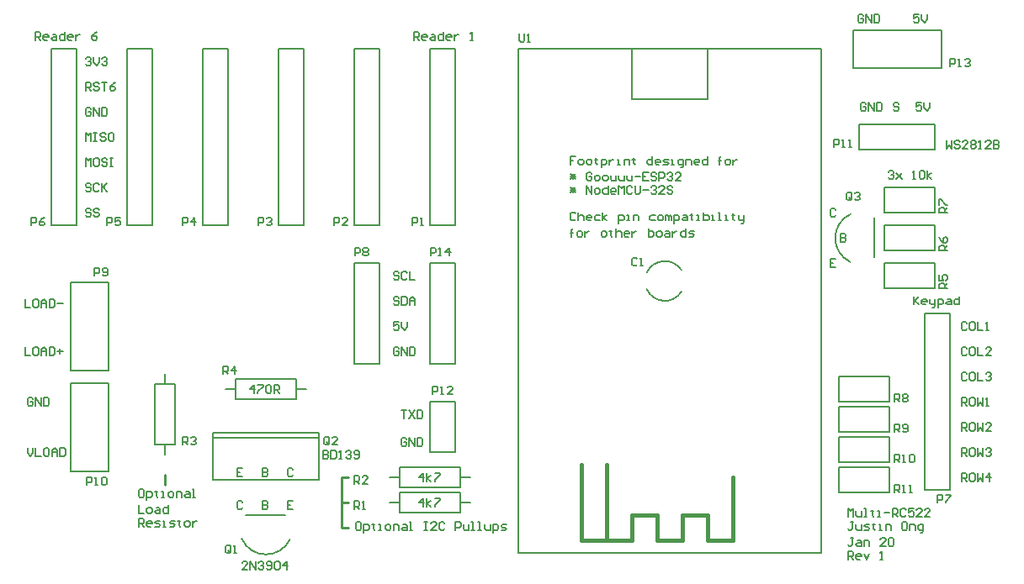
<source format=gto>
G04*
G04 #@! TF.GenerationSoftware,Altium Limited,Altium Designer,18.0.7 (293)*
G04*
G04 Layer_Color=65535*
%FSLAX25Y25*%
%MOIN*%
G70*
G01*
G75*
%ADD10C,0.00787*%
%ADD11C,0.01000*%
%ADD12C,0.01500*%
%ADD13C,0.00600*%
D10*
X250839Y224726D02*
G03*
X264640Y223768I7161J3274D01*
G01*
Y232232D02*
G03*
X250839Y231274I-6640J-4232D01*
G01*
X331697Y254563D02*
G03*
X331511Y235523I4303J-9563D01*
G01*
X90437Y125697D02*
G03*
X109477Y125511I9563J4303D01*
G01*
X327000Y154000D02*
X347000D01*
X327000Y144000D02*
Y154000D01*
Y144000D02*
X347000D01*
Y154000D01*
X327000Y166000D02*
X347000D01*
X327000Y156000D02*
Y166000D01*
Y156000D02*
X347000D01*
Y166000D01*
X327000Y190000D02*
X347000D01*
X327000Y180000D02*
Y190000D01*
Y180000D02*
X347000D01*
Y190000D01*
X327000Y178000D02*
X347000D01*
X327000Y168000D02*
Y178000D01*
Y168000D02*
X347000D01*
Y178000D01*
X361000Y145000D02*
X371000D01*
X361000D02*
Y215000D01*
X371000D01*
Y145000D02*
Y215000D01*
X341000Y237500D02*
Y253090D01*
X365000Y280000D02*
Y290000D01*
X335000Y280000D02*
X365000D01*
X335000D02*
Y290000D01*
X365000D01*
X332500Y312500D02*
Y327500D01*
X367500D01*
Y312500D02*
Y327500D01*
X332500Y312500D02*
X367500D01*
X15000Y250000D02*
X25000D01*
X15000D02*
Y320000D01*
X25000D01*
Y250000D02*
Y320000D01*
X45000Y250000D02*
X55000D01*
X45000D02*
Y320000D01*
X55000D01*
Y250000D02*
Y320000D01*
X75000Y250000D02*
X85000D01*
X75000D02*
Y320000D01*
X85000D01*
Y250000D02*
Y320000D01*
X105000Y250000D02*
X115000D01*
X105000D02*
Y320000D01*
X115000D01*
Y250000D02*
Y320000D01*
X135000Y250000D02*
X145000D01*
X135000D02*
Y320000D01*
X145000D01*
Y250000D02*
Y320000D01*
X165000Y250000D02*
X175000D01*
X165000D02*
Y320000D01*
X175000D01*
Y250000D02*
Y320000D01*
Y160000D02*
Y180000D01*
X165000D02*
X175000D01*
X165000Y160000D02*
Y180000D01*
Y160000D02*
X175000D01*
X149000Y150000D02*
X153000D01*
X177000D02*
X181000D01*
X153000Y154000D02*
X177000D01*
X153000Y146000D02*
Y154000D01*
Y146000D02*
X177000D01*
Y154000D01*
X149000Y140000D02*
X153000D01*
X177000D02*
X181000D01*
X153000Y144000D02*
X177000D01*
X153000Y136000D02*
Y144000D01*
Y136000D02*
X177000D01*
Y144000D01*
X165000Y235000D02*
X175000D01*
Y195000D02*
Y235000D01*
X165000Y195000D02*
Y235000D01*
Y195000D02*
X175000D01*
X60000Y187000D02*
Y191000D01*
Y159000D02*
Y163000D01*
X64000D02*
Y187000D01*
X56000D02*
X64000D01*
X56000Y163000D02*
Y187000D01*
Y163000D02*
X64000D01*
X91910Y135000D02*
X107500D01*
X112000Y185000D02*
X116000D01*
X84000D02*
X88000D01*
Y181000D02*
X112000D01*
Y189000D01*
X88000D02*
X112000D01*
X88000Y181000D02*
Y189000D01*
X22500Y152500D02*
Y187500D01*
Y152500D02*
X37500D01*
Y187500D01*
X22500D02*
X37500D01*
X22500Y192500D02*
Y227500D01*
Y192500D02*
X37500D01*
Y227500D01*
X22500D02*
X37500D01*
X365000Y225000D02*
Y235000D01*
X345000Y225000D02*
X365000D01*
X345000D02*
Y235000D01*
X365000D01*
Y240000D02*
Y250000D01*
X345000Y240000D02*
X365000D01*
X345000D02*
Y250000D01*
X365000D01*
Y255000D02*
Y265000D01*
X345000Y255000D02*
X365000D01*
X345000D02*
Y265000D01*
X365000D01*
X121063Y148961D02*
Y167858D01*
X78937Y148961D02*
Y167858D01*
Y148961D02*
X121063D01*
X78937Y167858D02*
X121063D01*
X78937Y165890D02*
X121063D01*
X135000Y235000D02*
X145000D01*
Y195000D02*
Y235000D01*
X135000Y195000D02*
Y235000D01*
Y195000D02*
X145000D01*
D11*
X60000Y147000D02*
Y151000D01*
X130000Y130000D02*
X132500D01*
X130000Y140000D02*
X132500D01*
X130000Y150000D02*
X132500D01*
X130000Y130000D02*
Y150000D01*
D12*
X285000Y125000D02*
Y150000D01*
X225000Y125000D02*
Y155000D01*
Y125000D02*
X235000D01*
Y155000D01*
Y125000D02*
X245000D01*
Y135000D01*
X255000D01*
Y125000D02*
Y135000D01*
Y125000D02*
X265000D01*
Y135000D01*
X275000D01*
Y125000D02*
Y135000D01*
Y125000D02*
X285000D01*
D13*
X275000Y300000D02*
Y320000D01*
X245000Y300000D02*
X275000D01*
X245000D02*
Y320000D01*
X200000Y120000D02*
Y320000D01*
X320000D01*
X320000Y120000D01*
X200000D02*
X320000D01*
X152733Y231266D02*
X152200Y231800D01*
X151133D01*
X150600Y231266D01*
Y230733D01*
X151133Y230200D01*
X152200D01*
X152733Y229667D01*
Y229133D01*
X152200Y228600D01*
X151133D01*
X150600Y229133D01*
X155933Y231266D02*
X155400Y231800D01*
X154333D01*
X153800Y231266D01*
Y229133D01*
X154333Y228600D01*
X155400D01*
X155933Y229133D01*
X157000Y231800D02*
Y228600D01*
X159133D01*
X152733Y221267D02*
X152200Y221800D01*
X151133D01*
X150600Y221267D01*
Y220733D01*
X151133Y220200D01*
X152200D01*
X152733Y219667D01*
Y219133D01*
X152200Y218600D01*
X151133D01*
X150600Y219133D01*
X153800Y221800D02*
Y218600D01*
X155400D01*
X155933Y219133D01*
Y221267D01*
X155400Y221800D01*
X153800D01*
X157000Y218600D02*
Y220733D01*
X158066Y221800D01*
X159133Y220733D01*
Y218600D01*
Y220200D01*
X157000D01*
X90733Y140267D02*
X90200Y140800D01*
X89133D01*
X88600Y140267D01*
Y138133D01*
X89133Y137600D01*
X90200D01*
X90733Y138133D01*
X346600Y271267D02*
X347133Y271800D01*
X348200D01*
X348733Y271267D01*
Y270733D01*
X348200Y270200D01*
X347667D01*
X348200D01*
X348733Y269667D01*
Y269133D01*
X348200Y268600D01*
X347133D01*
X346600Y269133D01*
X349800Y270733D02*
X351933Y268600D01*
X350866Y269667D01*
X351933Y270733D01*
X349800Y268600D01*
X356199D02*
X357266D01*
X356733D01*
Y271800D01*
X356199Y271267D01*
X358866D02*
X359399Y271800D01*
X360466D01*
X360999Y271267D01*
Y269133D01*
X360466Y268600D01*
X359399D01*
X358866Y269133D01*
Y271267D01*
X362066Y268600D02*
Y271800D01*
Y269667D02*
X363665Y270733D01*
X362066Y269667D02*
X363665Y268600D01*
X152733Y211800D02*
X150600D01*
Y210200D01*
X151667Y210733D01*
X152200D01*
X152733Y210200D01*
Y209133D01*
X152200Y208600D01*
X151133D01*
X150600Y209133D01*
X153800Y211800D02*
Y209667D01*
X154866Y208600D01*
X155933Y209667D01*
Y211800D01*
X98600Y140800D02*
Y137600D01*
X100200D01*
X100733Y138133D01*
Y138667D01*
X100200Y139200D01*
X98600D01*
X100200D01*
X100733Y139733D01*
Y140267D01*
X100200Y140800D01*
X98600D01*
X377733Y211266D02*
X377200Y211800D01*
X376133D01*
X375600Y211266D01*
Y209133D01*
X376133Y208600D01*
X377200D01*
X377733Y209133D01*
X380400Y211800D02*
X379333D01*
X378800Y211266D01*
Y209133D01*
X379333Y208600D01*
X380400D01*
X380933Y209133D01*
Y211266D01*
X380400Y211800D01*
X381999D02*
Y208600D01*
X384133D01*
X385199D02*
X386266D01*
X385733D01*
Y211800D01*
X385199Y211266D01*
X95200Y183600D02*
Y186800D01*
X93600Y185200D01*
X95733D01*
X96800Y186800D02*
X98933D01*
Y186267D01*
X96800Y184133D01*
Y183600D01*
X99999Y186267D02*
X100533Y186800D01*
X101599D01*
X102133Y186267D01*
Y184133D01*
X101599Y183600D01*
X100533D01*
X99999Y184133D01*
Y186267D01*
X103199Y183600D02*
Y186800D01*
X104799D01*
X105332Y186267D01*
Y185200D01*
X104799Y184667D01*
X103199D01*
X104266D02*
X105332Y183600D01*
X162200Y148600D02*
Y151800D01*
X160600Y150200D01*
X162733D01*
X163800Y148600D02*
Y151800D01*
Y149667D02*
X165400Y150733D01*
X163800Y149667D02*
X165400Y148600D01*
X166999Y151800D02*
X169133D01*
Y151267D01*
X166999Y149133D01*
Y148600D01*
X4600Y201800D02*
Y198600D01*
X6733D01*
X9400Y201800D02*
X8333D01*
X7800Y201267D01*
Y199133D01*
X8333Y198600D01*
X9400D01*
X9933Y199133D01*
Y201267D01*
X9400Y201800D01*
X11000Y198600D02*
Y200733D01*
X12066Y201800D01*
X13133Y200733D01*
Y198600D01*
Y200200D01*
X11000D01*
X14199Y201800D02*
Y198600D01*
X15799D01*
X16332Y199133D01*
Y201267D01*
X15799Y201800D01*
X14199D01*
X17399Y200200D02*
X19532D01*
X18466Y201267D02*
Y199133D01*
X98568Y153615D02*
Y150415D01*
X100168D01*
X100702Y150948D01*
Y151482D01*
X100168Y152015D01*
X98568D01*
X100168D01*
X100702Y152548D01*
Y153082D01*
X100168Y153615D01*
X98568D01*
X7733Y181266D02*
X7200Y181800D01*
X6133D01*
X5600Y181266D01*
Y179133D01*
X6133Y178600D01*
X7200D01*
X7733Y179133D01*
Y180200D01*
X6667D01*
X8800Y178600D02*
Y181800D01*
X10933Y178600D01*
Y181800D01*
X11999D02*
Y178600D01*
X13599D01*
X14133Y179133D01*
Y181266D01*
X13599Y181800D01*
X11999D01*
X30733Y296267D02*
X30200Y296800D01*
X29133D01*
X28600Y296267D01*
Y294133D01*
X29133Y293600D01*
X30200D01*
X30733Y294133D01*
Y295200D01*
X29667D01*
X31800Y293600D02*
Y296800D01*
X33933Y293600D01*
Y296800D01*
X34999D02*
Y293600D01*
X36599D01*
X37133Y294133D01*
Y296267D01*
X36599Y296800D01*
X34999D01*
X350733Y298267D02*
X350200Y298800D01*
X349133D01*
X348600Y298267D01*
Y297733D01*
X349133Y297200D01*
X350200D01*
X350733Y296667D01*
Y296133D01*
X350200Y295600D01*
X349133D01*
X348600Y296133D01*
X28600Y303600D02*
Y306800D01*
X30200D01*
X30733Y306266D01*
Y305200D01*
X30200Y304667D01*
X28600D01*
X29667D02*
X30733Y303600D01*
X33933Y306266D02*
X33400Y306800D01*
X32333D01*
X31800Y306266D01*
Y305733D01*
X32333Y305200D01*
X33400D01*
X33933Y304667D01*
Y304133D01*
X33400Y303600D01*
X32333D01*
X31800Y304133D01*
X34999Y306800D02*
X37133D01*
X36066D01*
Y303600D01*
X40332Y306800D02*
X39266Y306266D01*
X38199Y305200D01*
Y304133D01*
X38733Y303600D01*
X39799D01*
X40332Y304133D01*
Y304667D01*
X39799Y305200D01*
X38199D01*
X110733Y140800D02*
X108600D01*
Y137600D01*
X110733D01*
X108600Y139200D02*
X109667D01*
X158600Y323600D02*
Y326800D01*
X160200D01*
X160733Y326267D01*
Y325200D01*
X160200Y324667D01*
X158600D01*
X159667D02*
X160733Y323600D01*
X163400D02*
X162333D01*
X161800Y324133D01*
Y325200D01*
X162333Y325733D01*
X163400D01*
X163933Y325200D01*
Y324667D01*
X161800D01*
X165533Y325733D02*
X166599D01*
X167133Y325200D01*
Y323600D01*
X165533D01*
X164999Y324133D01*
X165533Y324667D01*
X167133D01*
X170332Y326800D02*
Y323600D01*
X168733D01*
X168199Y324133D01*
Y325200D01*
X168733Y325733D01*
X170332D01*
X172999Y323600D02*
X171932D01*
X171399Y324133D01*
Y325200D01*
X171932Y325733D01*
X172999D01*
X173532Y325200D01*
Y324667D01*
X171399D01*
X174599Y325733D02*
Y323600D01*
Y324667D01*
X175132Y325200D01*
X175665Y325733D01*
X176199D01*
X180998Y323600D02*
X182065D01*
X181532D01*
Y326800D01*
X180998Y326267D01*
X137200Y132366D02*
X136133D01*
X135600Y131833D01*
Y129700D01*
X136133Y129167D01*
X137200D01*
X137733Y129700D01*
Y131833D01*
X137200Y132366D01*
X138800Y128100D02*
Y131300D01*
X140400D01*
X140933Y130766D01*
Y129700D01*
X140400Y129167D01*
X138800D01*
X142533Y131833D02*
Y131300D01*
X141999D01*
X143066D01*
X142533D01*
Y129700D01*
X143066Y129167D01*
X144666D02*
X145733D01*
X145199D01*
Y131300D01*
X144666D01*
X147866Y129167D02*
X148932D01*
X149466Y129700D01*
Y130766D01*
X148932Y131300D01*
X147866D01*
X147332Y130766D01*
Y129700D01*
X147866Y129167D01*
X150532D02*
Y131300D01*
X152132D01*
X152665Y130766D01*
Y129167D01*
X154265Y131300D02*
X155332D01*
X155865Y130766D01*
Y129167D01*
X154265D01*
X153732Y129700D01*
X154265Y130233D01*
X155865D01*
X156932Y129167D02*
X157998D01*
X157465D01*
Y132366D01*
X156932D01*
X162798D02*
X163865D01*
X163331D01*
Y129167D01*
X162798D01*
X163865D01*
X167598D02*
X165464D01*
X167598Y131300D01*
Y131833D01*
X167064Y132366D01*
X165998D01*
X165464Y131833D01*
X170797D02*
X170264Y132366D01*
X169197D01*
X168664Y131833D01*
Y129700D01*
X169197Y129167D01*
X170264D01*
X170797Y129700D01*
X175064Y129167D02*
Y132366D01*
X176664D01*
X177197Y131833D01*
Y130766D01*
X176664Y130233D01*
X175064D01*
X178263Y131300D02*
Y129700D01*
X178797Y129167D01*
X180397D01*
Y131300D01*
X181463Y129167D02*
X182530D01*
X181997D01*
Y132366D01*
X181463D01*
X184130Y129167D02*
X185196D01*
X184663D01*
Y132366D01*
X184130D01*
X186796Y131300D02*
Y129700D01*
X187329Y129167D01*
X188929D01*
Y131300D01*
X189996Y128100D02*
Y131300D01*
X191596D01*
X192129Y130766D01*
Y129700D01*
X191596Y129167D01*
X189996D01*
X193196D02*
X194796D01*
X195329Y129700D01*
X194796Y130233D01*
X193729D01*
X193196Y130766D01*
X193729Y131300D01*
X195329D01*
X356600Y221866D02*
Y218667D01*
Y219733D01*
X358733Y221866D01*
X357133Y220267D01*
X358733Y218667D01*
X361400D02*
X360333D01*
X359800Y219200D01*
Y220267D01*
X360333Y220800D01*
X361400D01*
X361933Y220267D01*
Y219733D01*
X359800D01*
X363000Y220800D02*
Y219200D01*
X363533Y218667D01*
X365133D01*
Y218133D01*
X364599Y217600D01*
X364066D01*
X365133Y218667D02*
Y220800D01*
X366199Y217600D02*
Y220800D01*
X367799D01*
X368333Y220267D01*
Y219200D01*
X367799Y218667D01*
X366199D01*
X369932Y220800D02*
X370999D01*
X371532Y220267D01*
Y218667D01*
X369932D01*
X369399Y219200D01*
X369932Y219733D01*
X371532D01*
X374732Y221866D02*
Y218667D01*
X373132D01*
X372599Y219200D01*
Y220267D01*
X373132Y220800D01*
X374732D01*
X8600Y323600D02*
Y326800D01*
X10200D01*
X10733Y326267D01*
Y325200D01*
X10200Y324667D01*
X8600D01*
X9667D02*
X10733Y323600D01*
X13400D02*
X12333D01*
X11800Y324133D01*
Y325200D01*
X12333Y325733D01*
X13400D01*
X13933Y325200D01*
Y324667D01*
X11800D01*
X15533Y325733D02*
X16599D01*
X17133Y325200D01*
Y323600D01*
X15533D01*
X14999Y324133D01*
X15533Y324667D01*
X17133D01*
X20333Y326800D02*
Y323600D01*
X18733D01*
X18199Y324133D01*
Y325200D01*
X18733Y325733D01*
X20333D01*
X22999Y323600D02*
X21932D01*
X21399Y324133D01*
Y325200D01*
X21932Y325733D01*
X22999D01*
X23532Y325200D01*
Y324667D01*
X21399D01*
X24599Y325733D02*
Y323600D01*
Y324667D01*
X25132Y325200D01*
X25665Y325733D01*
X26199D01*
X33132Y326800D02*
X32065Y326267D01*
X30998Y325200D01*
Y324133D01*
X31532Y323600D01*
X32598D01*
X33132Y324133D01*
Y324667D01*
X32598Y325200D01*
X30998D01*
X325733Y256266D02*
X325200Y256800D01*
X324133D01*
X323600Y256266D01*
Y254133D01*
X324133Y253600D01*
X325200D01*
X325733Y254133D01*
X337733Y298267D02*
X337200Y298800D01*
X336133D01*
X335600Y298267D01*
Y296133D01*
X336133Y295600D01*
X337200D01*
X337733Y296133D01*
Y297200D01*
X336667D01*
X338800Y295600D02*
Y298800D01*
X340933Y295600D01*
Y298800D01*
X342000D02*
Y295600D01*
X343599D01*
X344133Y296133D01*
Y298267D01*
X343599Y298800D01*
X342000D01*
X330600Y134506D02*
Y137706D01*
X331667Y136639D01*
X332733Y137706D01*
Y134506D01*
X333800Y136639D02*
Y135039D01*
X334333Y134506D01*
X335933D01*
Y136639D01*
X337000Y134506D02*
X338066D01*
X337533D01*
Y137706D01*
X337000D01*
X340199Y137172D02*
Y136639D01*
X339666D01*
X340733D01*
X340199D01*
Y135039D01*
X340733Y134506D01*
X342332D02*
X343399D01*
X342866D01*
Y136639D01*
X342332D01*
X344999Y136106D02*
X347132D01*
X348199Y134506D02*
Y137706D01*
X349798D01*
X350332Y137172D01*
Y136106D01*
X349798Y135572D01*
X348199D01*
X349265D02*
X350332Y134506D01*
X353532Y137172D02*
X352998Y137706D01*
X351932D01*
X351398Y137172D01*
Y135039D01*
X351932Y134506D01*
X352998D01*
X353532Y135039D01*
X356731Y137706D02*
X354598D01*
Y136106D01*
X355665Y136639D01*
X356198D01*
X356731Y136106D01*
Y135039D01*
X356198Y134506D01*
X355132D01*
X354598Y135039D01*
X359931Y134506D02*
X357798D01*
X359931Y136639D01*
Y137172D01*
X359398Y137706D01*
X358331D01*
X357798Y137172D01*
X363131Y134506D02*
X360998D01*
X363131Y136639D01*
Y137172D01*
X362598Y137706D01*
X361531D01*
X360998Y137172D01*
X332733Y132426D02*
X331667D01*
X332200D01*
Y129759D01*
X331667Y129226D01*
X331133D01*
X330600Y129759D01*
X333800Y131359D02*
Y129759D01*
X334333Y129226D01*
X335933D01*
Y131359D01*
X337000Y129226D02*
X338599D01*
X339133Y129759D01*
X338599Y130293D01*
X337533D01*
X337000Y130826D01*
X337533Y131359D01*
X339133D01*
X340733Y131893D02*
Y131359D01*
X340199D01*
X341266D01*
X340733D01*
Y129759D01*
X341266Y129226D01*
X342866D02*
X343932D01*
X343399D01*
Y131359D01*
X342866D01*
X345532Y129226D02*
Y131359D01*
X347132D01*
X347665Y130826D01*
Y129226D01*
X353532Y132426D02*
X352465D01*
X351932Y131893D01*
Y129759D01*
X352465Y129226D01*
X353532D01*
X354065Y129759D01*
Y131893D01*
X353532Y132426D01*
X355132Y129226D02*
Y131359D01*
X356731D01*
X357265Y130826D01*
Y129226D01*
X359398Y128159D02*
X359931D01*
X360464Y128693D01*
Y131359D01*
X358864D01*
X358331Y130826D01*
Y129759D01*
X358864Y129226D01*
X360464D01*
X332733Y126079D02*
X331667D01*
X332200D01*
Y123413D01*
X331667Y122880D01*
X331133D01*
X330600Y123413D01*
X334333Y125013D02*
X335400D01*
X335933Y124480D01*
Y122880D01*
X334333D01*
X333800Y123413D01*
X334333Y123946D01*
X335933D01*
X337000Y122880D02*
Y125013D01*
X338599D01*
X339133Y124480D01*
Y122880D01*
X345532D02*
X343399D01*
X345532Y125013D01*
Y125546D01*
X344999Y126079D01*
X343932D01*
X343399Y125546D01*
X346599D02*
X347132Y126079D01*
X348199D01*
X348732Y125546D01*
Y123413D01*
X348199Y122880D01*
X347132D01*
X346599Y123413D01*
Y125546D01*
X330600Y117600D02*
Y120800D01*
X332200D01*
X332733Y120266D01*
Y119200D01*
X332200Y118667D01*
X330600D01*
X331667D02*
X332733Y117600D01*
X335400D02*
X334333D01*
X333800Y118133D01*
Y119200D01*
X334333Y119733D01*
X335400D01*
X335933Y119200D01*
Y118667D01*
X333800D01*
X337000Y119733D02*
X338066Y117600D01*
X339133Y119733D01*
X343399Y117600D02*
X344466D01*
X343932D01*
Y120800D01*
X343399Y120266D01*
X359733Y298800D02*
X357600D01*
Y297200D01*
X358667Y297733D01*
X359200D01*
X359733Y297200D01*
Y296133D01*
X359200Y295600D01*
X358133D01*
X357600Y296133D01*
X360800Y298800D02*
Y296667D01*
X361866Y295600D01*
X362933Y296667D01*
Y298800D01*
X5600Y161800D02*
Y159667D01*
X6667Y158600D01*
X7733Y159667D01*
Y161800D01*
X8800D02*
Y158600D01*
X10933D01*
X13599Y161800D02*
X12533D01*
X11999Y161267D01*
Y159133D01*
X12533Y158600D01*
X13599D01*
X14133Y159133D01*
Y161267D01*
X13599Y161800D01*
X15199Y158600D02*
Y160733D01*
X16266Y161800D01*
X17333Y160733D01*
Y158600D01*
Y160200D01*
X15199D01*
X18399Y161800D02*
Y158600D01*
X19999D01*
X20532Y159133D01*
Y161267D01*
X19999Y161800D01*
X18399D01*
X222733Y277325D02*
X220600D01*
Y275726D01*
X221666D01*
X220600D01*
Y274126D01*
X224332D02*
X225398D01*
X225932Y274660D01*
Y275726D01*
X225398Y276259D01*
X224332D01*
X223799Y275726D01*
Y274660D01*
X224332Y274126D01*
X227531D02*
X228597D01*
X229131Y274660D01*
Y275726D01*
X228597Y276259D01*
X227531D01*
X226998Y275726D01*
Y274660D01*
X227531Y274126D01*
X230730Y276792D02*
Y276259D01*
X230197D01*
X231263D01*
X230730D01*
Y274660D01*
X231263Y274126D01*
X232863Y273060D02*
Y276259D01*
X234462D01*
X234995Y275726D01*
Y274660D01*
X234462Y274126D01*
X232863D01*
X236062Y276259D02*
Y274126D01*
Y275193D01*
X236595Y275726D01*
X237128Y276259D01*
X237661D01*
X239261Y274126D02*
X240327D01*
X239794D01*
Y276259D01*
X239261D01*
X241927Y274126D02*
Y276259D01*
X243526D01*
X244059Y275726D01*
Y274126D01*
X245659Y276792D02*
Y276259D01*
X245125D01*
X246192D01*
X245659D01*
Y274660D01*
X246192Y274126D01*
X253123Y277325D02*
Y274126D01*
X251523D01*
X250990Y274660D01*
Y275726D01*
X251523Y276259D01*
X253123D01*
X255789Y274126D02*
X254722D01*
X254189Y274660D01*
Y275726D01*
X254722Y276259D01*
X255789D01*
X256322Y275726D01*
Y275193D01*
X254189D01*
X257388Y274126D02*
X258988D01*
X259521Y274660D01*
X258988Y275193D01*
X257921D01*
X257388Y275726D01*
X257921Y276259D01*
X259521D01*
X260587Y274126D02*
X261653D01*
X261120D01*
Y276259D01*
X260587D01*
X264319Y273060D02*
X264852D01*
X265386Y273593D01*
Y276259D01*
X263786D01*
X263253Y275726D01*
Y274660D01*
X263786Y274126D01*
X265386D01*
X266452D02*
Y276259D01*
X268051D01*
X268584Y275726D01*
Y274126D01*
X271250D02*
X270184D01*
X269651Y274660D01*
Y275726D01*
X270184Y276259D01*
X271250D01*
X271783Y275726D01*
Y275193D01*
X269651D01*
X274983Y277325D02*
Y274126D01*
X273383D01*
X272850Y274660D01*
Y275726D01*
X273383Y276259D01*
X274983D01*
X279781Y274126D02*
Y276792D01*
Y275726D01*
X279248D01*
X280314D01*
X279781D01*
Y276792D01*
X280314Y277325D01*
X282447Y274126D02*
X283513D01*
X284046Y274660D01*
Y275726D01*
X283513Y276259D01*
X282447D01*
X281913Y275726D01*
Y274660D01*
X282447Y274126D01*
X285113Y276259D02*
Y274126D01*
Y275193D01*
X285646Y275726D01*
X286179Y276259D01*
X286712D01*
X220600Y270447D02*
X222733Y268315D01*
X220600D02*
X222733Y270447D01*
X220600Y269381D02*
X222733D01*
X221666Y268315D02*
Y270447D01*
X229131D02*
X228597Y270980D01*
X227531D01*
X226998Y270447D01*
Y268315D01*
X227531Y267781D01*
X228597D01*
X229131Y268315D01*
Y269381D01*
X228064D01*
X230730Y267781D02*
X231796D01*
X232330Y268315D01*
Y269381D01*
X231796Y269914D01*
X230730D01*
X230197Y269381D01*
Y268315D01*
X230730Y267781D01*
X233929D02*
X234995D01*
X235528Y268315D01*
Y269381D01*
X234995Y269914D01*
X233929D01*
X233396Y269381D01*
Y268315D01*
X233929Y267781D01*
X236595Y269914D02*
Y268315D01*
X237128Y267781D01*
X238727D01*
Y269914D01*
X239794D02*
Y268315D01*
X240327Y267781D01*
X241927D01*
Y269914D01*
X242993D02*
Y268315D01*
X243526Y267781D01*
X245125D01*
Y269914D01*
X246192Y269381D02*
X248324D01*
X251523Y270980D02*
X249391D01*
Y267781D01*
X251523D01*
X249391Y269381D02*
X250457D01*
X254722Y270447D02*
X254189Y270980D01*
X253123D01*
X252590Y270447D01*
Y269914D01*
X253123Y269381D01*
X254189D01*
X254722Y268848D01*
Y268315D01*
X254189Y267781D01*
X253123D01*
X252590Y268315D01*
X255789Y267781D02*
Y270980D01*
X257388D01*
X257921Y270447D01*
Y269381D01*
X257388Y268848D01*
X255789D01*
X258988Y270447D02*
X259521Y270980D01*
X260587D01*
X261120Y270447D01*
Y269914D01*
X260587Y269381D01*
X260054D01*
X260587D01*
X261120Y268848D01*
Y268315D01*
X260587Y267781D01*
X259521D01*
X258988Y268315D01*
X264319Y267781D02*
X262187D01*
X264319Y269914D01*
Y270447D01*
X263786Y270980D01*
X262720D01*
X262187Y270447D01*
X220600Y265168D02*
X222733Y263036D01*
X220600D02*
X222733Y265168D01*
X220600Y264102D02*
X222733D01*
X221666Y263036D02*
Y265168D01*
X226998Y262503D02*
Y265702D01*
X229131Y262503D01*
Y265702D01*
X230730Y262503D02*
X231796D01*
X232330Y263036D01*
Y264102D01*
X231796Y264635D01*
X230730D01*
X230197Y264102D01*
Y263036D01*
X230730Y262503D01*
X235528Y265702D02*
Y262503D01*
X233929D01*
X233396Y263036D01*
Y264102D01*
X233929Y264635D01*
X235528D01*
X238194Y262503D02*
X237128D01*
X236595Y263036D01*
Y264102D01*
X237128Y264635D01*
X238194D01*
X238727Y264102D01*
Y263569D01*
X236595D01*
X239794Y262503D02*
Y265702D01*
X240860Y264635D01*
X241927Y265702D01*
Y262503D01*
X245125Y265168D02*
X244592Y265702D01*
X243526D01*
X242993Y265168D01*
Y263036D01*
X243526Y262503D01*
X244592D01*
X245125Y263036D01*
X246192Y265702D02*
Y263036D01*
X246725Y262503D01*
X247791D01*
X248324Y263036D01*
Y265702D01*
X249391Y264102D02*
X251523D01*
X252590Y265168D02*
X253123Y265702D01*
X254189D01*
X254722Y265168D01*
Y264635D01*
X254189Y264102D01*
X253656D01*
X254189D01*
X254722Y263569D01*
Y263036D01*
X254189Y262503D01*
X253123D01*
X252590Y263036D01*
X257921Y262503D02*
X255789D01*
X257921Y264635D01*
Y265168D01*
X257388Y265702D01*
X256322D01*
X255789Y265168D01*
X261120D02*
X260587Y265702D01*
X259521D01*
X258988Y265168D01*
Y264635D01*
X259521Y264102D01*
X260587D01*
X261120Y263569D01*
Y263036D01*
X260587Y262503D01*
X259521D01*
X258988Y263036D01*
X222733Y254611D02*
X222200Y255144D01*
X221133D01*
X220600Y254611D01*
Y252478D01*
X221133Y251945D01*
X222200D01*
X222733Y252478D01*
X223799Y255144D02*
Y251945D01*
Y253545D01*
X224332Y254078D01*
X225398D01*
X225932Y253545D01*
Y251945D01*
X228597D02*
X227531D01*
X226998Y252478D01*
Y253545D01*
X227531Y254078D01*
X228597D01*
X229131Y253545D01*
Y253011D01*
X226998D01*
X232330Y254078D02*
X230730D01*
X230197Y253545D01*
Y252478D01*
X230730Y251945D01*
X232330D01*
X233396D02*
Y255144D01*
Y253011D02*
X234995Y254078D01*
X233396Y253011D02*
X234995Y251945D01*
X239794Y250879D02*
Y254078D01*
X241393D01*
X241927Y253545D01*
Y252478D01*
X241393Y251945D01*
X239794D01*
X242993D02*
X244059D01*
X243526D01*
Y254078D01*
X242993D01*
X245659Y251945D02*
Y254078D01*
X247258D01*
X247791Y253545D01*
Y251945D01*
X254189Y254078D02*
X252590D01*
X252057Y253545D01*
Y252478D01*
X252590Y251945D01*
X254189D01*
X255789D02*
X256855D01*
X257388Y252478D01*
Y253545D01*
X256855Y254078D01*
X255789D01*
X255256Y253545D01*
Y252478D01*
X255789Y251945D01*
X258454D02*
Y254078D01*
X258988D01*
X259521Y253545D01*
Y251945D01*
Y253545D01*
X260054Y254078D01*
X260587Y253545D01*
Y251945D01*
X261653Y250879D02*
Y254078D01*
X263253D01*
X263786Y253545D01*
Y252478D01*
X263253Y251945D01*
X261653D01*
X265386Y254078D02*
X266452D01*
X266985Y253545D01*
Y251945D01*
X265386D01*
X264852Y252478D01*
X265386Y253011D01*
X266985D01*
X268584Y254611D02*
Y254078D01*
X268051D01*
X269118D01*
X268584D01*
Y252478D01*
X269118Y251945D01*
X270717D02*
X271783D01*
X271250D01*
Y254078D01*
X270717D01*
X273383Y255144D02*
Y251945D01*
X274983D01*
X275516Y252478D01*
Y253011D01*
Y253545D01*
X274983Y254078D01*
X273383D01*
X276582Y251945D02*
X277648D01*
X277115D01*
Y254078D01*
X276582D01*
X279248Y251945D02*
X280314D01*
X279781D01*
Y255144D01*
X279248D01*
X281913Y251945D02*
X282980D01*
X282447D01*
Y254078D01*
X281913D01*
X285113Y254611D02*
Y254078D01*
X284579D01*
X285646D01*
X285113D01*
Y252478D01*
X285646Y251945D01*
X287245Y254078D02*
Y252478D01*
X287778Y251945D01*
X289378D01*
Y251412D01*
X288845Y250879D01*
X288312D01*
X289378Y251945D02*
Y254078D01*
X221133Y245600D02*
Y248266D01*
Y247200D01*
X220600D01*
X221666D01*
X221133D01*
Y248266D01*
X221666Y248799D01*
X223799Y245600D02*
X224865D01*
X225398Y246133D01*
Y247200D01*
X224865Y247733D01*
X223799D01*
X223266Y247200D01*
Y246133D01*
X223799Y245600D01*
X226465Y247733D02*
Y245600D01*
Y246666D01*
X226998Y247200D01*
X227531Y247733D01*
X228064D01*
X233396Y245600D02*
X234462D01*
X234995Y246133D01*
Y247200D01*
X234462Y247733D01*
X233396D01*
X232863Y247200D01*
Y246133D01*
X233396Y245600D01*
X236595Y248266D02*
Y247733D01*
X236062D01*
X237128D01*
X236595D01*
Y246133D01*
X237128Y245600D01*
X238727Y248799D02*
Y245600D01*
Y247200D01*
X239261Y247733D01*
X240327D01*
X240860Y247200D01*
Y245600D01*
X243526D02*
X242460D01*
X241927Y246133D01*
Y247200D01*
X242460Y247733D01*
X243526D01*
X244059Y247200D01*
Y246666D01*
X241927D01*
X245125Y247733D02*
Y245600D01*
Y246666D01*
X245659Y247200D01*
X246192Y247733D01*
X246725D01*
X251523Y248799D02*
Y245600D01*
X253123D01*
X253656Y246133D01*
Y246666D01*
Y247200D01*
X253123Y247733D01*
X251523D01*
X255256Y245600D02*
X256322D01*
X256855Y246133D01*
Y247200D01*
X256322Y247733D01*
X255256D01*
X254722Y247200D01*
Y246133D01*
X255256Y245600D01*
X258454Y247733D02*
X259521D01*
X260054Y247200D01*
Y245600D01*
X258454D01*
X257921Y246133D01*
X258454Y246666D01*
X260054D01*
X261120Y247733D02*
Y245600D01*
Y246666D01*
X261653Y247200D01*
X262187Y247733D01*
X262720D01*
X266452Y248799D02*
Y245600D01*
X264852D01*
X264319Y246133D01*
Y247200D01*
X264852Y247733D01*
X266452D01*
X267518Y245600D02*
X269118D01*
X269651Y246133D01*
X269118Y246666D01*
X268051D01*
X267518Y247200D01*
X268051Y247733D01*
X269651D01*
X377733Y191267D02*
X377200Y191800D01*
X376133D01*
X375600Y191267D01*
Y189133D01*
X376133Y188600D01*
X377200D01*
X377733Y189133D01*
X380400Y191800D02*
X379333D01*
X378800Y191267D01*
Y189133D01*
X379333Y188600D01*
X380400D01*
X380933Y189133D01*
Y191267D01*
X380400Y191800D01*
X381999D02*
Y188600D01*
X384133D01*
X385199Y191267D02*
X385733Y191800D01*
X386799D01*
X387333Y191267D01*
Y190733D01*
X386799Y190200D01*
X386266D01*
X386799D01*
X387333Y189667D01*
Y189133D01*
X386799Y188600D01*
X385733D01*
X385199Y189133D01*
X4600Y220800D02*
Y217600D01*
X6733D01*
X9400Y220800D02*
X8333D01*
X7800Y220267D01*
Y218133D01*
X8333Y217600D01*
X9400D01*
X9933Y218133D01*
Y220267D01*
X9400Y220800D01*
X11000Y217600D02*
Y219733D01*
X12066Y220800D01*
X13133Y219733D01*
Y217600D01*
Y219200D01*
X11000D01*
X14199Y220800D02*
Y217600D01*
X15799D01*
X16332Y218133D01*
Y220267D01*
X15799Y220800D01*
X14199D01*
X17399Y219200D02*
X19532D01*
X375600Y168600D02*
Y171800D01*
X377200D01*
X377733Y171266D01*
Y170200D01*
X377200Y169667D01*
X375600D01*
X376667D02*
X377733Y168600D01*
X380400Y171800D02*
X379333D01*
X378800Y171266D01*
Y169133D01*
X379333Y168600D01*
X380400D01*
X380933Y169133D01*
Y171266D01*
X380400Y171800D01*
X381999D02*
Y168600D01*
X383066Y169667D01*
X384133Y168600D01*
Y171800D01*
X387333Y168600D02*
X385199D01*
X387333Y170733D01*
Y171266D01*
X386799Y171800D01*
X385733D01*
X385199Y171266D01*
X375600Y178600D02*
Y181800D01*
X377200D01*
X377733Y181266D01*
Y180200D01*
X377200Y179667D01*
X375600D01*
X376667D02*
X377733Y178600D01*
X380400Y181800D02*
X379333D01*
X378800Y181266D01*
Y179133D01*
X379333Y178600D01*
X380400D01*
X380933Y179133D01*
Y181266D01*
X380400Y181800D01*
X381999D02*
Y178600D01*
X383066Y179667D01*
X384133Y178600D01*
Y181800D01*
X385199Y178600D02*
X386266D01*
X385733D01*
Y181800D01*
X385199Y181266D01*
X336733Y333266D02*
X336200Y333800D01*
X335133D01*
X334600Y333266D01*
Y331133D01*
X335133Y330600D01*
X336200D01*
X336733Y331133D01*
Y332200D01*
X335667D01*
X337800Y330600D02*
Y333800D01*
X339933Y330600D01*
Y333800D01*
X341000D02*
Y330600D01*
X342599D01*
X343133Y331133D01*
Y333266D01*
X342599Y333800D01*
X341000D01*
X28600Y283600D02*
Y286800D01*
X29667Y285733D01*
X30733Y286800D01*
Y283600D01*
X31800Y286800D02*
X32866D01*
X32333D01*
Y283600D01*
X31800D01*
X32866D01*
X36599Y286266D02*
X36066Y286800D01*
X34999D01*
X34466Y286266D01*
Y285733D01*
X34999Y285200D01*
X36066D01*
X36599Y284667D01*
Y284133D01*
X36066Y283600D01*
X34999D01*
X34466Y284133D01*
X39266Y286800D02*
X38199D01*
X37666Y286266D01*
Y284133D01*
X38199Y283600D01*
X39266D01*
X39799Y284133D01*
Y286266D01*
X39266Y286800D01*
X92733Y113600D02*
X90600D01*
X92733Y115733D01*
Y116267D01*
X92200Y116800D01*
X91133D01*
X90600Y116267D01*
X93800Y113600D02*
Y116800D01*
X95933Y113600D01*
Y116800D01*
X97000Y116267D02*
X97533Y116800D01*
X98599D01*
X99133Y116267D01*
Y115733D01*
X98599Y115200D01*
X98066D01*
X98599D01*
X99133Y114667D01*
Y114133D01*
X98599Y113600D01*
X97533D01*
X97000Y114133D01*
X100199D02*
X100733Y113600D01*
X101799D01*
X102332Y114133D01*
Y116267D01*
X101799Y116800D01*
X100733D01*
X100199Y116267D01*
Y115733D01*
X100733Y115200D01*
X102332D01*
X103399Y116267D02*
X103932Y116800D01*
X104999D01*
X105532Y116267D01*
Y114133D01*
X104999Y113600D01*
X103932D01*
X103399Y114133D01*
Y116267D01*
X108199Y113600D02*
Y116800D01*
X106599Y115200D01*
X108732D01*
X122600Y160800D02*
Y157600D01*
X124200D01*
X124733Y158133D01*
Y158667D01*
X124200Y159200D01*
X122600D01*
X124200D01*
X124733Y159733D01*
Y160266D01*
X124200Y160800D01*
X122600D01*
X125800D02*
Y157600D01*
X127400D01*
X127933Y158133D01*
Y160266D01*
X127400Y160800D01*
X125800D01*
X128999Y157600D02*
X130066D01*
X129533D01*
Y160800D01*
X128999Y160266D01*
X131666D02*
X132199Y160800D01*
X133266D01*
X133799Y160266D01*
Y159733D01*
X133266Y159200D01*
X132733D01*
X133266D01*
X133799Y158667D01*
Y158133D01*
X133266Y157600D01*
X132199D01*
X131666Y158133D01*
X134866D02*
X135399Y157600D01*
X136466D01*
X136999Y158133D01*
Y160266D01*
X136466Y160800D01*
X135399D01*
X134866Y160266D01*
Y159733D01*
X135399Y159200D01*
X136999D01*
X325733Y236800D02*
X323600D01*
Y233600D01*
X325733D01*
X323600Y235200D02*
X324667D01*
X327600Y246800D02*
Y243600D01*
X329200D01*
X329733Y244133D01*
Y244667D01*
X329200Y245200D01*
X327600D01*
X329200D01*
X329733Y245733D01*
Y246267D01*
X329200Y246800D01*
X327600D01*
X28600Y316266D02*
X29133Y316800D01*
X30200D01*
X30733Y316266D01*
Y315733D01*
X30200Y315200D01*
X29667D01*
X30200D01*
X30733Y314667D01*
Y314133D01*
X30200Y313600D01*
X29133D01*
X28600Y314133D01*
X31800Y316800D02*
Y314667D01*
X32866Y313600D01*
X33933Y314667D01*
Y316800D01*
X34999Y316266D02*
X35533Y316800D01*
X36599D01*
X37133Y316266D01*
Y315733D01*
X36599Y315200D01*
X36066D01*
X36599D01*
X37133Y314667D01*
Y314133D01*
X36599Y313600D01*
X35533D01*
X34999Y314133D01*
X30733Y266266D02*
X30200Y266800D01*
X29133D01*
X28600Y266266D01*
Y265733D01*
X29133Y265200D01*
X30200D01*
X30733Y264667D01*
Y264133D01*
X30200Y263600D01*
X29133D01*
X28600Y264133D01*
X33933Y266266D02*
X33400Y266800D01*
X32333D01*
X31800Y266266D01*
Y264133D01*
X32333Y263600D01*
X33400D01*
X33933Y264133D01*
X34999Y266800D02*
Y263600D01*
Y264667D01*
X37133Y266800D01*
X35533Y265200D01*
X37133Y263600D01*
X375600Y158600D02*
Y161800D01*
X377200D01*
X377733Y161267D01*
Y160200D01*
X377200Y159667D01*
X375600D01*
X376667D02*
X377733Y158600D01*
X380400Y161800D02*
X379333D01*
X378800Y161267D01*
Y159133D01*
X379333Y158600D01*
X380400D01*
X380933Y159133D01*
Y161267D01*
X380400Y161800D01*
X381999D02*
Y158600D01*
X383066Y159667D01*
X384133Y158600D01*
Y161800D01*
X385199Y161267D02*
X385733Y161800D01*
X386799D01*
X387333Y161267D01*
Y160733D01*
X386799Y160200D01*
X386266D01*
X386799D01*
X387333Y159667D01*
Y159133D01*
X386799Y158600D01*
X385733D01*
X385199Y159133D01*
X358733Y333800D02*
X356600D01*
Y332200D01*
X357667Y332733D01*
X358200D01*
X358733Y332200D01*
Y331133D01*
X358200Y330600D01*
X357133D01*
X356600Y331133D01*
X359800Y333800D02*
Y331667D01*
X360866Y330600D01*
X361933Y331667D01*
Y333800D01*
X155733Y165267D02*
X155200Y165800D01*
X154133D01*
X153600Y165267D01*
Y163133D01*
X154133Y162600D01*
X155200D01*
X155733Y163133D01*
Y164200D01*
X154667D01*
X156800Y162600D02*
Y165800D01*
X158933Y162600D01*
Y165800D01*
X160000D02*
Y162600D01*
X161599D01*
X162133Y163133D01*
Y165267D01*
X161599Y165800D01*
X160000D01*
X51200Y145426D02*
X50133D01*
X49600Y144893D01*
Y142759D01*
X50133Y142226D01*
X51200D01*
X51733Y142759D01*
Y144893D01*
X51200Y145426D01*
X52800Y141159D02*
Y144359D01*
X54400D01*
X54933Y143826D01*
Y142759D01*
X54400Y142226D01*
X52800D01*
X56533Y144893D02*
Y144359D01*
X55999D01*
X57066D01*
X56533D01*
Y142759D01*
X57066Y142226D01*
X58666D02*
X59733D01*
X59199D01*
Y144359D01*
X58666D01*
X61866Y142226D02*
X62932D01*
X63466Y142759D01*
Y143826D01*
X62932Y144359D01*
X61866D01*
X61332Y143826D01*
Y142759D01*
X61866Y142226D01*
X64532D02*
Y144359D01*
X66132D01*
X66665Y143826D01*
Y142226D01*
X68265Y144359D02*
X69332D01*
X69865Y143826D01*
Y142226D01*
X68265D01*
X67732Y142759D01*
X68265Y143293D01*
X69865D01*
X70932Y142226D02*
X71998D01*
X71465D01*
Y145426D01*
X70932D01*
X49600Y139079D02*
Y135880D01*
X51733D01*
X53333D02*
X54400D01*
X54933Y136413D01*
Y137480D01*
X54400Y138013D01*
X53333D01*
X52800Y137480D01*
Y136413D01*
X53333Y135880D01*
X56533Y138013D02*
X57599D01*
X58133Y137480D01*
Y135880D01*
X56533D01*
X55999Y136413D01*
X56533Y136946D01*
X58133D01*
X61332Y139079D02*
Y135880D01*
X59733D01*
X59199Y136413D01*
Y137480D01*
X59733Y138013D01*
X61332D01*
X49600Y130600D02*
Y133800D01*
X51200D01*
X51733Y133266D01*
Y132200D01*
X51200Y131667D01*
X49600D01*
X50667D02*
X51733Y130600D01*
X54400D02*
X53333D01*
X52800Y131133D01*
Y132200D01*
X53333Y132733D01*
X54400D01*
X54933Y132200D01*
Y131667D01*
X52800D01*
X55999Y130600D02*
X57599D01*
X58133Y131133D01*
X57599Y131667D01*
X56533D01*
X55999Y132200D01*
X56533Y132733D01*
X58133D01*
X59199Y130600D02*
X60266D01*
X59733D01*
Y132733D01*
X59199D01*
X61866Y130600D02*
X63466D01*
X63999Y131133D01*
X63466Y131667D01*
X62399D01*
X61866Y132200D01*
X62399Y132733D01*
X63999D01*
X65599Y133266D02*
Y132733D01*
X65065D01*
X66132D01*
X65599D01*
Y131133D01*
X66132Y130600D01*
X68265D02*
X69332D01*
X69865Y131133D01*
Y132200D01*
X69332Y132733D01*
X68265D01*
X67732Y132200D01*
Y131133D01*
X68265Y130600D01*
X70932Y132733D02*
Y130600D01*
Y131667D01*
X71465Y132200D01*
X71998Y132733D01*
X72532D01*
X377733Y201267D02*
X377200Y201800D01*
X376133D01*
X375600Y201267D01*
Y199133D01*
X376133Y198600D01*
X377200D01*
X377733Y199133D01*
X380400Y201800D02*
X379333D01*
X378800Y201267D01*
Y199133D01*
X379333Y198600D01*
X380400D01*
X380933Y199133D01*
Y201267D01*
X380400Y201800D01*
X381999D02*
Y198600D01*
X384133D01*
X387333D02*
X385199D01*
X387333Y200733D01*
Y201267D01*
X386799Y201800D01*
X385733D01*
X385199Y201267D01*
X152733D02*
X152200Y201800D01*
X151133D01*
X150600Y201267D01*
Y199133D01*
X151133Y198600D01*
X152200D01*
X152733Y199133D01*
Y200200D01*
X151667D01*
X153800Y198600D02*
Y201800D01*
X155933Y198600D01*
Y201800D01*
X157000D02*
Y198600D01*
X158599D01*
X159133Y199133D01*
Y201267D01*
X158599Y201800D01*
X157000D01*
X153600Y176800D02*
X155733D01*
X154667D01*
Y173600D01*
X156800Y176800D02*
X158933Y173600D01*
Y176800D02*
X156800Y173600D01*
X160000Y176800D02*
Y173600D01*
X161599D01*
X162133Y174133D01*
Y176267D01*
X161599Y176800D01*
X160000D01*
X28600Y273600D02*
Y276800D01*
X29667Y275733D01*
X30733Y276800D01*
Y273600D01*
X33400Y276800D02*
X32333D01*
X31800Y276267D01*
Y274133D01*
X32333Y273600D01*
X33400D01*
X33933Y274133D01*
Y276267D01*
X33400Y276800D01*
X37133Y276267D02*
X36599Y276800D01*
X35533D01*
X34999Y276267D01*
Y275733D01*
X35533Y275200D01*
X36599D01*
X37133Y274667D01*
Y274133D01*
X36599Y273600D01*
X35533D01*
X34999Y274133D01*
X38199Y276800D02*
X39266D01*
X38733D01*
Y273600D01*
X38199D01*
X39266D01*
X369600Y283800D02*
Y280600D01*
X370667Y281667D01*
X371733Y280600D01*
Y283800D01*
X374933Y283266D02*
X374400Y283800D01*
X373333D01*
X372800Y283266D01*
Y282733D01*
X373333Y282200D01*
X374400D01*
X374933Y281667D01*
Y281133D01*
X374400Y280600D01*
X373333D01*
X372800Y281133D01*
X378133Y280600D02*
X375999D01*
X378133Y282733D01*
Y283266D01*
X377599Y283800D01*
X376533D01*
X375999Y283266D01*
X379199D02*
X379733Y283800D01*
X380799D01*
X381332Y283266D01*
Y282733D01*
X380799Y282200D01*
X381332Y281667D01*
Y281133D01*
X380799Y280600D01*
X379733D01*
X379199Y281133D01*
Y281667D01*
X379733Y282200D01*
X379199Y282733D01*
Y283266D01*
X379733Y282200D02*
X380799D01*
X382399Y280600D02*
X383466D01*
X382932D01*
Y283800D01*
X382399Y283266D01*
X387199Y280600D02*
X385066D01*
X387199Y282733D01*
Y283266D01*
X386665Y283800D01*
X385599D01*
X385066Y283266D01*
X388265Y283800D02*
Y280600D01*
X389865D01*
X390398Y281133D01*
Y281667D01*
X389865Y282200D01*
X388265D01*
X389865D01*
X390398Y282733D01*
Y283266D01*
X389865Y283800D01*
X388265D01*
X110733Y153267D02*
X110200Y153800D01*
X109133D01*
X108600Y153267D01*
Y151133D01*
X109133Y150600D01*
X110200D01*
X110733Y151133D01*
X375600Y148600D02*
Y151800D01*
X377200D01*
X377733Y151267D01*
Y150200D01*
X377200Y149667D01*
X375600D01*
X376667D02*
X377733Y148600D01*
X380400Y151800D02*
X379333D01*
X378800Y151267D01*
Y149133D01*
X379333Y148600D01*
X380400D01*
X380933Y149133D01*
Y151267D01*
X380400Y151800D01*
X381999D02*
Y148600D01*
X383066Y149667D01*
X384133Y148600D01*
Y151800D01*
X386799Y148600D02*
Y151800D01*
X385199Y150200D01*
X387333D01*
X162200Y138600D02*
Y141800D01*
X160600Y140200D01*
X162733D01*
X163800Y138600D02*
Y141800D01*
Y139667D02*
X165400Y140733D01*
X163800Y139667D02*
X165400Y138600D01*
X166999Y141800D02*
X169133D01*
Y141267D01*
X166999Y139133D01*
Y138600D01*
X30733Y256266D02*
X30200Y256800D01*
X29133D01*
X28600Y256266D01*
Y255733D01*
X29133Y255200D01*
X30200D01*
X30733Y254667D01*
Y254133D01*
X30200Y253600D01*
X29133D01*
X28600Y254133D01*
X33933Y256266D02*
X33400Y256800D01*
X32333D01*
X31800Y256266D01*
Y255733D01*
X32333Y255200D01*
X33400D01*
X33933Y254667D01*
Y254133D01*
X33400Y253600D01*
X32333D01*
X31800Y254133D01*
X90702Y153615D02*
X88569D01*
Y150415D01*
X90702D01*
X88569Y152015D02*
X89635D01*
X247133Y236666D02*
X246600Y237199D01*
X245533D01*
X245000Y236666D01*
Y234533D01*
X245533Y234000D01*
X246600D01*
X247133Y234533D01*
X248199Y234000D02*
X249265D01*
X248732D01*
Y237199D01*
X248199Y236666D01*
X349000Y144000D02*
Y147199D01*
X350600D01*
X351133Y146666D01*
Y145599D01*
X350600Y145066D01*
X349000D01*
X350066D02*
X351133Y144000D01*
X352199D02*
X353265D01*
X352732D01*
Y147199D01*
X352199Y146666D01*
X354865Y144000D02*
X355931D01*
X355398D01*
Y147199D01*
X354865Y146666D01*
X349000Y156000D02*
Y159199D01*
X350600D01*
X351133Y158666D01*
Y157599D01*
X350600Y157066D01*
X349000D01*
X350066D02*
X351133Y156000D01*
X352199D02*
X353265D01*
X352732D01*
Y159199D01*
X352199Y158666D01*
X354865D02*
X355398Y159199D01*
X356464D01*
X356997Y158666D01*
Y156533D01*
X356464Y156000D01*
X355398D01*
X354865Y156533D01*
Y158666D01*
X349000Y168000D02*
Y171199D01*
X350600D01*
X351133Y170666D01*
Y169599D01*
X350600Y169066D01*
X349000D01*
X350066D02*
X351133Y168000D01*
X352199Y168533D02*
X352732Y168000D01*
X353799D01*
X354332Y168533D01*
Y170666D01*
X353799Y171199D01*
X352732D01*
X352199Y170666D01*
Y170133D01*
X352732Y169599D01*
X354332D01*
X349000Y180000D02*
Y183199D01*
X350600D01*
X351133Y182666D01*
Y181599D01*
X350600Y181066D01*
X349000D01*
X350066D02*
X351133Y180000D01*
X352199Y182666D02*
X352732Y183199D01*
X353799D01*
X354332Y182666D01*
Y182133D01*
X353799Y181599D01*
X354332Y181066D01*
Y180533D01*
X353799Y180000D01*
X352732D01*
X352199Y180533D01*
Y181066D01*
X352732Y181599D01*
X352199Y182133D01*
Y182666D01*
X352732Y181599D02*
X353799D01*
X165200Y238000D02*
Y241199D01*
X166799D01*
X167333Y240666D01*
Y239599D01*
X166799Y239066D01*
X165200D01*
X168399Y238000D02*
X169465D01*
X168932D01*
Y241199D01*
X168399Y240666D01*
X172664Y238000D02*
Y241199D01*
X171065Y239599D01*
X173197D01*
X371000Y313000D02*
Y316199D01*
X372600D01*
X373133Y315666D01*
Y314599D01*
X372600Y314066D01*
X371000D01*
X374199Y313000D02*
X375265D01*
X374732D01*
Y316199D01*
X374199Y315666D01*
X376865D02*
X377398Y316199D01*
X378464D01*
X378997Y315666D01*
Y315133D01*
X378464Y314599D01*
X377931D01*
X378464D01*
X378997Y314066D01*
Y313533D01*
X378464Y313000D01*
X377398D01*
X376865Y313533D01*
X166000Y183000D02*
Y186199D01*
X167599D01*
X168133Y185666D01*
Y184599D01*
X167599Y184066D01*
X166000D01*
X169199Y183000D02*
X170265D01*
X169732D01*
Y186199D01*
X169199Y185666D01*
X173997Y183000D02*
X171865D01*
X173997Y185133D01*
Y185666D01*
X173464Y186199D01*
X172398D01*
X171865Y185666D01*
X332133Y260533D02*
Y262666D01*
X331599Y263199D01*
X330533D01*
X330000Y262666D01*
Y260533D01*
X330533Y260000D01*
X331599D01*
X331066Y261066D02*
X332133Y260000D01*
X331599D02*
X332133Y260533D01*
X333199Y262666D02*
X333732Y263199D01*
X334799D01*
X335332Y262666D01*
Y262133D01*
X334799Y261599D01*
X334265D01*
X334799D01*
X335332Y261066D01*
Y260533D01*
X334799Y260000D01*
X333732D01*
X333199Y260533D01*
X86133Y120533D02*
Y122666D01*
X85599Y123199D01*
X84533D01*
X84000Y122666D01*
Y120533D01*
X84533Y120000D01*
X85599D01*
X85066Y121066D02*
X86133Y120000D01*
X85599D02*
X86133Y120533D01*
X87199Y120000D02*
X88265D01*
X87732D01*
Y123199D01*
X87199Y122666D01*
X325000Y281000D02*
Y284199D01*
X326600D01*
X327133Y283666D01*
Y282599D01*
X326600Y282066D01*
X325000D01*
X328199Y281000D02*
X329265D01*
X328732D01*
Y284199D01*
X328199Y283666D01*
X330865Y281000D02*
X331931D01*
X331398D01*
Y284199D01*
X330865Y283666D01*
X200300Y326099D02*
Y323433D01*
X200833Y322900D01*
X201900D01*
X202433Y323433D01*
Y326099D01*
X203499Y322900D02*
X204565D01*
X204032D01*
Y326099D01*
X203499Y325566D01*
X370000Y255000D02*
X366801D01*
Y256599D01*
X367334Y257133D01*
X368401D01*
X368934Y256599D01*
Y255000D01*
Y256066D02*
X370000Y257133D01*
X366801Y258199D02*
Y260332D01*
X367334D01*
X369467Y258199D01*
X370000D01*
Y240000D02*
X366801D01*
Y241599D01*
X367334Y242133D01*
X368401D01*
X368934Y241599D01*
Y240000D01*
Y241066D02*
X370000Y242133D01*
X366801Y245332D02*
X367334Y244265D01*
X368401Y243199D01*
X369467D01*
X370000Y243732D01*
Y244798D01*
X369467Y245332D01*
X368934D01*
X368401Y244798D01*
Y243199D01*
X370000Y225000D02*
X366801D01*
Y226600D01*
X367334Y227133D01*
X368401D01*
X368934Y226600D01*
Y225000D01*
Y226066D02*
X370000Y227133D01*
X366801Y230332D02*
Y228199D01*
X368401D01*
X367867Y229265D01*
Y229799D01*
X368401Y230332D01*
X369467D01*
X370000Y229799D01*
Y228732D01*
X369467Y228199D01*
X135000Y137500D02*
Y140699D01*
X136600D01*
X137133Y140166D01*
Y139100D01*
X136600Y138566D01*
X135000D01*
X136066D02*
X137133Y137500D01*
X138199D02*
X139265D01*
X138732D01*
Y140699D01*
X138199Y140166D01*
X135000Y147500D02*
Y150699D01*
X136600D01*
X137133Y150166D01*
Y149100D01*
X136600Y148566D01*
X135000D01*
X136066D02*
X137133Y147500D01*
X140332D02*
X138199D01*
X140332Y149633D01*
Y150166D01*
X139798Y150699D01*
X138732D01*
X138199Y150166D01*
X67000Y163000D02*
Y166199D01*
X68599D01*
X69133Y165666D01*
Y164600D01*
X68599Y164066D01*
X67000D01*
X68066D02*
X69133Y163000D01*
X70199Y165666D02*
X70732Y166199D01*
X71798D01*
X72332Y165666D01*
Y165133D01*
X71798Y164600D01*
X71265D01*
X71798D01*
X72332Y164066D01*
Y163533D01*
X71798Y163000D01*
X70732D01*
X70199Y163533D01*
X83000Y191000D02*
Y194199D01*
X84600D01*
X85133Y193666D01*
Y192599D01*
X84600Y192066D01*
X83000D01*
X84066D02*
X85133Y191000D01*
X87799D02*
Y194199D01*
X86199Y192599D01*
X88332D01*
X125133Y163533D02*
Y165666D01*
X124600Y166199D01*
X123533D01*
X123000Y165666D01*
Y163533D01*
X123533Y163000D01*
X124600D01*
X124066Y164066D02*
X125133Y163000D01*
X124600D02*
X125133Y163533D01*
X128332Y163000D02*
X126199D01*
X128332Y165133D01*
Y165666D01*
X127798Y166199D01*
X126732D01*
X126199Y165666D01*
X7000Y250000D02*
Y253199D01*
X8600D01*
X9133Y252666D01*
Y251600D01*
X8600Y251066D01*
X7000D01*
X12332Y253199D02*
X11265Y252666D01*
X10199Y251600D01*
Y250533D01*
X10732Y250000D01*
X11798D01*
X12332Y250533D01*
Y251066D01*
X11798Y251600D01*
X10199D01*
X37000Y250000D02*
Y253199D01*
X38600D01*
X39133Y252666D01*
Y251600D01*
X38600Y251066D01*
X37000D01*
X42332Y253199D02*
X40199D01*
Y251600D01*
X41265Y252133D01*
X41798D01*
X42332Y251600D01*
Y250533D01*
X41798Y250000D01*
X40732D01*
X40199Y250533D01*
X67000Y250000D02*
Y253199D01*
X68599D01*
X69133Y252666D01*
Y251600D01*
X68599Y251066D01*
X67000D01*
X71798Y250000D02*
Y253199D01*
X70199Y251600D01*
X72332D01*
X97000Y250000D02*
Y253199D01*
X98599D01*
X99133Y252666D01*
Y251600D01*
X98599Y251066D01*
X97000D01*
X100199Y252666D02*
X100732Y253199D01*
X101798D01*
X102332Y252666D01*
Y252133D01*
X101798Y251600D01*
X101265D01*
X101798D01*
X102332Y251066D01*
Y250533D01*
X101798Y250000D01*
X100732D01*
X100199Y250533D01*
X127000Y250000D02*
Y253199D01*
X128600D01*
X129133Y252666D01*
Y251600D01*
X128600Y251066D01*
X127000D01*
X132332Y250000D02*
X130199D01*
X132332Y252133D01*
Y252666D01*
X131799Y253199D01*
X130732D01*
X130199Y252666D01*
X158000Y250000D02*
Y253199D01*
X159599D01*
X160133Y252666D01*
Y251600D01*
X159599Y251066D01*
X158000D01*
X161199Y250000D02*
X162265D01*
X161732D01*
Y253199D01*
X161199Y252666D01*
X29000Y147000D02*
Y150199D01*
X30599D01*
X31133Y149666D01*
Y148600D01*
X30599Y148066D01*
X29000D01*
X32199Y147000D02*
X33265D01*
X32732D01*
Y150199D01*
X32199Y149666D01*
X34865D02*
X35398Y150199D01*
X36464D01*
X36997Y149666D01*
Y147533D01*
X36464Y147000D01*
X35398D01*
X34865Y147533D01*
Y149666D01*
X32000Y230000D02*
Y233199D01*
X33599D01*
X34133Y232666D01*
Y231599D01*
X33599Y231066D01*
X32000D01*
X35199Y230533D02*
X35732Y230000D01*
X36799D01*
X37332Y230533D01*
Y232666D01*
X36799Y233199D01*
X35732D01*
X35199Y232666D01*
Y232133D01*
X35732Y231599D01*
X37332D01*
X366000Y140000D02*
Y143199D01*
X367600D01*
X368133Y142666D01*
Y141600D01*
X367600Y141066D01*
X366000D01*
X369199Y143199D02*
X371332D01*
Y142666D01*
X369199Y140533D01*
Y140000D01*
X135200Y238000D02*
Y241199D01*
X136800D01*
X137333Y240666D01*
Y239599D01*
X136800Y239066D01*
X135200D01*
X138399Y240666D02*
X138932Y241199D01*
X139998D01*
X140532Y240666D01*
Y240133D01*
X139998Y239599D01*
X140532Y239066D01*
Y238533D01*
X139998Y238000D01*
X138932D01*
X138399Y238533D01*
Y239066D01*
X138932Y239599D01*
X138399Y240133D01*
Y240666D01*
X138932Y239599D02*
X139998D01*
M02*

</source>
